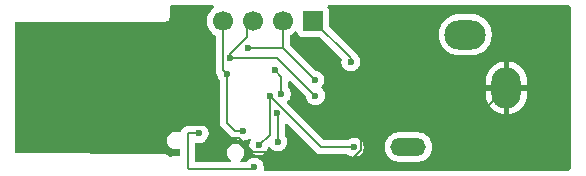
<source format=gbr>
%TF.GenerationSoftware,KiCad,Pcbnew,9.0.6*%
%TF.CreationDate,2025-12-12T19:26:18-08:00*%
%TF.ProjectId,iambic-controller-board,69616d62-6963-42d6-936f-6e74726f6c6c,1.0*%
%TF.SameCoordinates,Original*%
%TF.FileFunction,Copper,L2,Bot*%
%TF.FilePolarity,Positive*%
%FSLAX46Y46*%
G04 Gerber Fmt 4.6, Leading zero omitted, Abs format (unit mm)*
G04 Created by KiCad (PCBNEW 9.0.6) date 2025-12-12 19:26:18*
%MOMM*%
%LPD*%
G01*
G04 APERTURE LIST*
%TA.AperFunction,ComponentPad*%
%ADD10O,3.500000X2.500000*%
%TD*%
%TA.AperFunction,ComponentPad*%
%ADD11O,2.500000X3.500000*%
%TD*%
%TA.AperFunction,ComponentPad*%
%ADD12O,3.000000X1.500000*%
%TD*%
%TA.AperFunction,ComponentPad*%
%ADD13R,1.700000X1.700000*%
%TD*%
%TA.AperFunction,ComponentPad*%
%ADD14C,1.700000*%
%TD*%
%TA.AperFunction,ViaPad*%
%ADD15C,0.600000*%
%TD*%
%TA.AperFunction,Conductor*%
%ADD16C,0.200000*%
%TD*%
G04 APERTURE END LIST*
D10*
%TO.P,J2,T*%
%TO.N,/AUDIO_TIP*%
X170500000Y-95500000D03*
D11*
%TO.P,J2,S*%
%TO.N,GND*%
X174000000Y-100000000D03*
D12*
%TO.P,J2,R*%
%TO.N,/AUDIO_RING*%
X165700000Y-105000000D03*
%TD*%
D13*
%TO.P,J1,1,Pin_1*%
%TO.N,/RESET*%
X157600000Y-94325000D03*
D14*
%TO.P,J1,2,Pin_2*%
%TO.N,/USB_DP*%
X155060000Y-94325000D03*
%TO.P,J1,3,Pin_3*%
%TO.N,/USB_DN*%
X152520000Y-94325000D03*
%TO.P,J1,4,Pin_4*%
%TO.N,/MISO*%
X149980000Y-94325000D03*
%TD*%
D15*
%TO.N,GND*%
X146450000Y-102375000D03*
%TO.N,/AUDIO_TIP*%
X154552378Y-102097622D03*
X154927378Y-100522622D03*
X154375000Y-98500000D03*
X154650000Y-104550000D03*
%TO.N,GND*%
X156975000Y-106183500D03*
%TO.N,/AUDIO_RING*%
X153025000Y-104870000D03*
%TO.N,GND*%
X158000000Y-98100000D03*
%TO.N,/AUDIO_RING*%
X161105000Y-105025000D03*
%TO.N,/RESET*%
X160825000Y-97775000D03*
%TO.N,GND*%
X143700000Y-98925000D03*
X144300000Y-96275000D03*
%TO.N,/RESET*%
X152650000Y-106700000D03*
X147975000Y-103850000D03*
%TO.N,/AUDIO_RING*%
X153950000Y-100675000D03*
%TO.N,/MISO*%
X151650000Y-103675000D03*
X150325000Y-98850000D03*
%TO.N,/USB_DN*%
X157825000Y-100650000D03*
X150600000Y-97425000D03*
%TO.N,/USB_DP*%
X157750000Y-99325000D03*
X152100000Y-96650000D03*
%TD*%
D16*
%TO.N,/MISO*%
X150325000Y-103000000D02*
X150325000Y-98850000D01*
%TO.N,GND*%
X147200000Y-103125000D02*
X146450000Y-102375000D01*
%TO.N,/AUDIO_RING*%
X153950000Y-100675000D02*
X153950000Y-103945000D01*
%TO.N,/AUDIO_TIP*%
X154650000Y-104550000D02*
X154650000Y-102195244D01*
%TO.N,GND*%
X144300000Y-96275000D02*
X144300000Y-98325000D01*
X144300000Y-98325000D02*
X143700000Y-98925000D01*
%TO.N,/AUDIO_TIP*%
X154650000Y-102195244D02*
X154552378Y-102097622D01*
X154927378Y-99052378D02*
X154375000Y-98500000D01*
X154927378Y-100522622D02*
X154927378Y-99052378D01*
%TO.N,GND*%
X156975000Y-106183500D02*
X155965500Y-106183500D01*
X155965500Y-106183500D02*
X155250000Y-106899000D01*
%TO.N,/AUDIO_RING*%
X153950000Y-103945000D02*
X153025000Y-104870000D01*
%TO.N,GND*%
X174000000Y-100000000D02*
X172214000Y-101786000D01*
X172214000Y-101786000D02*
X161686000Y-101786000D01*
X158000000Y-98100000D02*
X161686000Y-101786000D01*
X161686000Y-101786000D02*
X161686000Y-105265659D01*
X161686000Y-105265659D02*
X160052659Y-106899000D01*
X150675000Y-104225000D02*
X149575000Y-103125000D01*
X160052659Y-106899000D02*
X155250000Y-106899000D01*
X151350000Y-104225000D02*
X150675000Y-104225000D01*
X155250000Y-106899000D02*
X153801000Y-105450000D01*
X152575000Y-105450000D02*
X151350000Y-104225000D01*
X153801000Y-105450000D02*
X152575000Y-105450000D01*
X149575000Y-103125000D02*
X147200000Y-103125000D01*
%TO.N,/MISO*%
X151650000Y-103675000D02*
X151000000Y-103675000D01*
X151000000Y-103675000D02*
X150325000Y-103000000D01*
%TO.N,/AUDIO_RING*%
X161105000Y-105025000D02*
X158300000Y-105025000D01*
X158300000Y-105025000D02*
X153950000Y-100675000D01*
%TO.N,/RESET*%
X157600000Y-94325000D02*
X157650000Y-94325000D01*
X157650000Y-94325000D02*
X160825000Y-97500000D01*
X160825000Y-97500000D02*
X160825000Y-97775000D01*
%TO.N,GND*%
X146450000Y-101675000D02*
X143700000Y-98925000D01*
X146450000Y-102375000D02*
X146450000Y-101675000D01*
%TO.N,/RESET*%
X147125000Y-106899000D02*
X147000000Y-106774000D01*
X147000000Y-106774000D02*
X147000000Y-103850000D01*
X152650000Y-106700000D02*
X152451000Y-106899000D01*
X152451000Y-106899000D02*
X147125000Y-106899000D01*
X147000000Y-103850000D02*
X147975000Y-103850000D01*
%TO.N,/USB_DP*%
X155060000Y-94325000D02*
X155060000Y-96635000D01*
X155060000Y-96635000D02*
X155075000Y-96650000D01*
%TO.N,/MISO*%
X149980000Y-98505000D02*
X150325000Y-98850000D01*
X149980000Y-94325000D02*
X149980000Y-98505000D01*
%TO.N,/USB_DN*%
X152050000Y-94795000D02*
X152050000Y-95700000D01*
X150600000Y-97150000D02*
X150600000Y-97425000D01*
X152520000Y-94325000D02*
X152050000Y-94795000D01*
X152050000Y-95700000D02*
X150600000Y-97150000D01*
X150600000Y-97425000D02*
X154600000Y-97425000D01*
X154600000Y-97425000D02*
X157825000Y-100650000D01*
%TO.N,/USB_DP*%
X155075000Y-96650000D02*
X157750000Y-99325000D01*
X152100000Y-96650000D02*
X155075000Y-96650000D01*
%TD*%
%TA.AperFunction,Conductor*%
%TO.N,GND*%
G36*
X149190816Y-93020185D02*
G01*
X149236571Y-93072989D01*
X149246515Y-93142147D01*
X149217490Y-93205703D01*
X149196664Y-93224816D01*
X149185857Y-93232669D01*
X149100207Y-93294896D01*
X148949890Y-93445213D01*
X148824951Y-93617179D01*
X148728444Y-93806585D01*
X148662753Y-94008760D01*
X148635460Y-94181081D01*
X148629500Y-94218713D01*
X148629500Y-94431287D01*
X148662754Y-94641243D01*
X148706625Y-94776264D01*
X148728444Y-94843414D01*
X148824951Y-95032820D01*
X148949890Y-95204786D01*
X149100213Y-95355109D01*
X149272184Y-95480051D01*
X149272184Y-95480052D01*
X149311793Y-95500233D01*
X149362590Y-95548206D01*
X149379500Y-95610718D01*
X149379500Y-98418330D01*
X149379499Y-98418348D01*
X149379499Y-98584054D01*
X149379498Y-98584054D01*
X149420422Y-98736783D01*
X149448798Y-98785932D01*
X149499479Y-98873716D01*
X149500850Y-98875502D01*
X149502087Y-98878232D01*
X149503543Y-98880754D01*
X149503294Y-98880897D01*
X149524092Y-98926797D01*
X149555261Y-99083491D01*
X149555264Y-99083501D01*
X149615602Y-99229172D01*
X149615609Y-99229185D01*
X149703602Y-99360874D01*
X149724480Y-99427551D01*
X149724500Y-99429765D01*
X149724500Y-102913330D01*
X149724499Y-102913348D01*
X149724499Y-103079054D01*
X149724498Y-103079054D01*
X149736568Y-103124097D01*
X149765423Y-103231785D01*
X149775639Y-103249480D01*
X149775651Y-103249500D01*
X149844477Y-103368712D01*
X149844481Y-103368717D01*
X149963349Y-103487585D01*
X149963355Y-103487590D01*
X150515139Y-104039374D01*
X150515149Y-104039385D01*
X150519479Y-104043715D01*
X150519480Y-104043716D01*
X150631284Y-104155520D01*
X150701865Y-104196269D01*
X150718095Y-104205639D01*
X150718097Y-104205641D01*
X150750762Y-104224500D01*
X150768215Y-104234577D01*
X150920943Y-104275500D01*
X151070234Y-104275500D01*
X151137273Y-104295185D01*
X151139125Y-104296398D01*
X151270814Y-104384390D01*
X151270827Y-104384397D01*
X151367646Y-104424500D01*
X151416503Y-104444737D01*
X151552487Y-104471786D01*
X151571153Y-104475499D01*
X151571156Y-104475500D01*
X151571158Y-104475500D01*
X151728844Y-104475500D01*
X151728845Y-104475499D01*
X151883497Y-104444737D01*
X152026400Y-104385545D01*
X152029172Y-104384397D01*
X152029172Y-104384396D01*
X152029179Y-104384394D01*
X152156764Y-104299143D01*
X152223441Y-104278266D01*
X152290821Y-104296750D01*
X152337512Y-104348729D01*
X152348688Y-104417699D01*
X152328759Y-104471135D01*
X152315607Y-104490818D01*
X152315602Y-104490827D01*
X152255264Y-104636498D01*
X152255261Y-104636510D01*
X152224500Y-104791153D01*
X152224500Y-104948846D01*
X152255261Y-105103489D01*
X152255264Y-105103501D01*
X152315602Y-105249172D01*
X152315609Y-105249185D01*
X152403210Y-105380288D01*
X152403213Y-105380292D01*
X152514707Y-105491786D01*
X152514711Y-105491789D01*
X152645814Y-105579390D01*
X152645827Y-105579397D01*
X152791498Y-105639735D01*
X152791503Y-105639737D01*
X152930000Y-105667286D01*
X152946153Y-105670499D01*
X152946156Y-105670500D01*
X152946158Y-105670500D01*
X153103844Y-105670500D01*
X153103845Y-105670499D01*
X153258497Y-105639737D01*
X153404179Y-105579394D01*
X153535289Y-105491789D01*
X153646789Y-105380289D01*
X153734394Y-105249179D01*
X153794737Y-105103497D01*
X153796516Y-105094549D01*
X153828901Y-105032640D01*
X153889616Y-104998065D01*
X153959386Y-105001804D01*
X154016058Y-105042670D01*
X154021227Y-105049837D01*
X154028211Y-105060289D01*
X154028214Y-105060293D01*
X154139707Y-105171786D01*
X154139711Y-105171789D01*
X154270814Y-105259390D01*
X154270827Y-105259397D01*
X154416498Y-105319735D01*
X154416503Y-105319737D01*
X154571153Y-105350499D01*
X154571156Y-105350500D01*
X154571158Y-105350500D01*
X154728844Y-105350500D01*
X154728845Y-105350499D01*
X154883497Y-105319737D01*
X155029179Y-105259394D01*
X155160289Y-105171789D01*
X155271789Y-105060289D01*
X155359394Y-104929179D01*
X155419737Y-104783497D01*
X155450500Y-104628842D01*
X155450500Y-104471158D01*
X155450500Y-104471155D01*
X155450499Y-104471153D01*
X155445245Y-104444738D01*
X155419737Y-104316503D01*
X155419367Y-104315609D01*
X155359397Y-104170827D01*
X155359390Y-104170814D01*
X155271398Y-104039125D01*
X155250520Y-103972447D01*
X155250500Y-103970234D01*
X155250500Y-103124097D01*
X155270185Y-103057058D01*
X155322989Y-103011303D01*
X155392147Y-103001359D01*
X155455703Y-103030384D01*
X155462181Y-103036416D01*
X157815139Y-105389374D01*
X157815149Y-105389385D01*
X157819479Y-105393715D01*
X157819480Y-105393716D01*
X157931284Y-105505520D01*
X157982845Y-105535288D01*
X158018095Y-105555639D01*
X158018097Y-105555641D01*
X158056151Y-105577611D01*
X158068215Y-105584577D01*
X158220943Y-105625501D01*
X158220946Y-105625501D01*
X158386653Y-105625501D01*
X158386669Y-105625500D01*
X160525234Y-105625500D01*
X160592273Y-105645185D01*
X160594125Y-105646398D01*
X160725814Y-105734390D01*
X160725827Y-105734397D01*
X160821096Y-105773858D01*
X160871503Y-105794737D01*
X160994501Y-105819203D01*
X161026153Y-105825499D01*
X161026156Y-105825500D01*
X161026158Y-105825500D01*
X161183844Y-105825500D01*
X161183845Y-105825499D01*
X161338497Y-105794737D01*
X161484179Y-105734394D01*
X161615289Y-105646789D01*
X161726789Y-105535289D01*
X161814394Y-105404179D01*
X161815486Y-105401544D01*
X161849371Y-105319737D01*
X161874737Y-105258497D01*
X161905500Y-105103842D01*
X161905500Y-104946158D01*
X161905500Y-104946155D01*
X161905499Y-104946153D01*
X161900477Y-104920902D01*
X161896633Y-104901577D01*
X163699500Y-104901577D01*
X163699500Y-105098422D01*
X163730290Y-105292826D01*
X163791117Y-105480029D01*
X163870128Y-105635096D01*
X163880476Y-105655405D01*
X163996172Y-105814646D01*
X164135354Y-105953828D01*
X164294595Y-106069524D01*
X164377455Y-106111743D01*
X164469970Y-106158882D01*
X164469972Y-106158882D01*
X164469975Y-106158884D01*
X164518036Y-106174500D01*
X164657173Y-106219709D01*
X164851578Y-106250500D01*
X164851583Y-106250500D01*
X166548422Y-106250500D01*
X166742826Y-106219709D01*
X166930025Y-106158884D01*
X167105405Y-106069524D01*
X167264646Y-105953828D01*
X167403828Y-105814646D01*
X167519524Y-105655405D01*
X167608884Y-105480025D01*
X167669709Y-105292826D01*
X167675005Y-105259390D01*
X167700500Y-105098422D01*
X167700500Y-104901577D01*
X167669709Y-104707173D01*
X167608882Y-104519970D01*
X167549390Y-104403211D01*
X167519524Y-104344595D01*
X167403828Y-104185354D01*
X167264646Y-104046172D01*
X167105405Y-103930476D01*
X167102198Y-103928842D01*
X166930029Y-103841117D01*
X166742826Y-103780290D01*
X166548422Y-103749500D01*
X166548417Y-103749500D01*
X164851583Y-103749500D01*
X164851578Y-103749500D01*
X164657173Y-103780290D01*
X164469970Y-103841117D01*
X164294594Y-103930476D01*
X164221504Y-103983580D01*
X164135354Y-104046172D01*
X164135352Y-104046174D01*
X164135351Y-104046174D01*
X163996174Y-104185351D01*
X163996174Y-104185352D01*
X163996172Y-104185354D01*
X163950477Y-104248248D01*
X163880476Y-104344594D01*
X163791117Y-104519970D01*
X163730290Y-104707173D01*
X163699500Y-104901577D01*
X161896633Y-104901577D01*
X161874738Y-104791508D01*
X161874737Y-104791507D01*
X161874737Y-104791503D01*
X161874592Y-104791153D01*
X161814397Y-104645827D01*
X161814390Y-104645814D01*
X161726789Y-104514711D01*
X161726786Y-104514707D01*
X161615292Y-104403213D01*
X161615288Y-104403210D01*
X161484185Y-104315609D01*
X161484172Y-104315602D01*
X161338501Y-104255264D01*
X161338489Y-104255261D01*
X161183845Y-104224500D01*
X161183842Y-104224500D01*
X161026158Y-104224500D01*
X161026155Y-104224500D01*
X160871510Y-104255261D01*
X160871498Y-104255264D01*
X160725827Y-104315602D01*
X160725814Y-104315609D01*
X160594125Y-104403602D01*
X160527447Y-104424480D01*
X160525234Y-104424500D01*
X158600097Y-104424500D01*
X158533058Y-104404815D01*
X158512416Y-104388181D01*
X155440838Y-101316603D01*
X155407353Y-101255280D01*
X155412337Y-101185588D01*
X155440838Y-101141241D01*
X155549164Y-101032914D01*
X155549167Y-101032911D01*
X155636772Y-100901801D01*
X155697115Y-100756119D01*
X155727878Y-100601464D01*
X155727878Y-100443780D01*
X155727878Y-100443777D01*
X155727877Y-100443775D01*
X155698447Y-100295821D01*
X155697115Y-100289125D01*
X155689533Y-100270821D01*
X155636775Y-100143449D01*
X155636768Y-100143436D01*
X155548776Y-100011747D01*
X155527898Y-99945069D01*
X155527878Y-99942856D01*
X155527878Y-99501475D01*
X155547563Y-99434436D01*
X155600367Y-99388681D01*
X155669525Y-99378737D01*
X155733081Y-99407762D01*
X155739559Y-99413794D01*
X156990425Y-100664660D01*
X157023910Y-100725983D01*
X157024361Y-100728149D01*
X157055261Y-100883491D01*
X157055264Y-100883501D01*
X157115602Y-101029172D01*
X157115609Y-101029185D01*
X157203210Y-101160288D01*
X157203213Y-101160292D01*
X157314707Y-101271786D01*
X157314711Y-101271789D01*
X157445814Y-101359390D01*
X157445827Y-101359397D01*
X157591498Y-101419735D01*
X157591503Y-101419737D01*
X157746153Y-101450499D01*
X157746156Y-101450500D01*
X157746158Y-101450500D01*
X157903844Y-101450500D01*
X157903845Y-101450499D01*
X158058497Y-101419737D01*
X158204179Y-101359394D01*
X158335289Y-101271789D01*
X158446789Y-101160289D01*
X158534394Y-101029179D01*
X158594737Y-100883497D01*
X158625500Y-100728842D01*
X158625500Y-100571158D01*
X158625500Y-100571155D01*
X158625499Y-100571153D01*
X158624439Y-100565826D01*
X158594737Y-100416503D01*
X158544752Y-100295827D01*
X158534397Y-100270827D01*
X158534390Y-100270814D01*
X158532195Y-100267529D01*
X158446789Y-100139711D01*
X158446786Y-100139707D01*
X158344759Y-100037680D01*
X158311274Y-99976357D01*
X158316258Y-99906665D01*
X158344760Y-99862317D01*
X158371789Y-99835289D01*
X158459394Y-99704179D01*
X158519737Y-99558497D01*
X158550500Y-99403842D01*
X158550500Y-99385305D01*
X172250000Y-99385305D01*
X172250000Y-99750000D01*
X173500000Y-99750000D01*
X173500000Y-100250000D01*
X172250000Y-100250000D01*
X172250000Y-100614694D01*
X172250001Y-100614710D01*
X172279942Y-100842137D01*
X172339318Y-101063730D01*
X172427099Y-101275653D01*
X172427106Y-101275668D01*
X172541809Y-101474338D01*
X172681455Y-101656329D01*
X172681461Y-101656336D01*
X172843663Y-101818538D01*
X172843670Y-101818544D01*
X173025661Y-101958190D01*
X173224331Y-102072893D01*
X173224340Y-102072897D01*
X173436269Y-102160681D01*
X173657859Y-102220056D01*
X173657864Y-102220057D01*
X173749999Y-102232186D01*
X173750000Y-102232186D01*
X173750000Y-100933012D01*
X173807007Y-100965925D01*
X173934174Y-101000000D01*
X174065826Y-101000000D01*
X174192993Y-100965925D01*
X174250000Y-100933012D01*
X174250000Y-102232186D01*
X174342135Y-102220057D01*
X174342140Y-102220056D01*
X174563730Y-102160681D01*
X174775659Y-102072897D01*
X174775668Y-102072893D01*
X174974338Y-101958190D01*
X175156329Y-101818544D01*
X175156336Y-101818538D01*
X175318538Y-101656336D01*
X175318544Y-101656329D01*
X175458190Y-101474338D01*
X175572893Y-101275668D01*
X175572901Y-101275653D01*
X175660681Y-101063730D01*
X175720057Y-100842137D01*
X175749998Y-100614710D01*
X175750000Y-100614694D01*
X175750000Y-100250000D01*
X174500000Y-100250000D01*
X174500000Y-99750000D01*
X175750000Y-99750000D01*
X175750000Y-99385305D01*
X175749998Y-99385289D01*
X175720057Y-99157862D01*
X175660681Y-98936269D01*
X175572897Y-98724340D01*
X175572893Y-98724331D01*
X175458190Y-98525661D01*
X175318544Y-98343670D01*
X175318538Y-98343663D01*
X175156336Y-98181461D01*
X175156329Y-98181455D01*
X174974338Y-98041809D01*
X174775668Y-97927106D01*
X174775659Y-97927102D01*
X174563730Y-97839318D01*
X174342137Y-97779942D01*
X174250000Y-97767811D01*
X174250000Y-99066988D01*
X174192993Y-99034075D01*
X174065826Y-99000000D01*
X173934174Y-99000000D01*
X173807007Y-99034075D01*
X173750000Y-99066988D01*
X173750000Y-97767811D01*
X173749999Y-97767811D01*
X173657862Y-97779942D01*
X173436269Y-97839318D01*
X173224340Y-97927102D01*
X173224331Y-97927106D01*
X173025661Y-98041809D01*
X172843670Y-98181455D01*
X172843663Y-98181461D01*
X172681461Y-98343663D01*
X172681455Y-98343670D01*
X172541809Y-98525661D01*
X172427106Y-98724331D01*
X172427102Y-98724340D01*
X172339318Y-98936269D01*
X172279942Y-99157862D01*
X172250001Y-99385289D01*
X172250000Y-99385305D01*
X158550500Y-99385305D01*
X158550500Y-99246158D01*
X158550500Y-99246155D01*
X158550499Y-99246153D01*
X158539925Y-99192993D01*
X158519737Y-99091503D01*
X158519735Y-99091498D01*
X158459397Y-98945827D01*
X158459390Y-98945814D01*
X158371789Y-98814711D01*
X158371786Y-98814707D01*
X158260292Y-98703213D01*
X158260288Y-98703210D01*
X158129185Y-98615609D01*
X158129172Y-98615602D01*
X157983501Y-98555264D01*
X157983491Y-98555261D01*
X157828149Y-98524361D01*
X157766238Y-98491976D01*
X157764660Y-98490425D01*
X155696819Y-96422584D01*
X155663334Y-96361261D01*
X155660500Y-96334903D01*
X155660500Y-95610718D01*
X155680185Y-95543679D01*
X155728207Y-95500233D01*
X155767815Y-95480052D01*
X155767815Y-95480051D01*
X155767816Y-95480051D01*
X155939792Y-95355104D01*
X156053329Y-95241566D01*
X156114648Y-95208084D01*
X156184340Y-95213068D01*
X156240274Y-95254939D01*
X156257189Y-95285917D01*
X156306202Y-95417328D01*
X156306206Y-95417335D01*
X156392452Y-95532544D01*
X156392455Y-95532547D01*
X156507664Y-95618793D01*
X156507671Y-95618797D01*
X156642517Y-95669091D01*
X156642516Y-95669091D01*
X156649444Y-95669835D01*
X156702127Y-95675500D01*
X158099902Y-95675499D01*
X158166941Y-95695184D01*
X158187583Y-95711818D01*
X160002092Y-97526327D01*
X160035577Y-97587650D01*
X160036028Y-97638199D01*
X160024500Y-97696153D01*
X160024500Y-97853846D01*
X160055261Y-98008489D01*
X160055264Y-98008501D01*
X160115602Y-98154172D01*
X160115609Y-98154185D01*
X160203210Y-98285288D01*
X160203213Y-98285292D01*
X160314707Y-98396786D01*
X160314711Y-98396789D01*
X160445814Y-98484390D01*
X160445827Y-98484397D01*
X160542646Y-98524500D01*
X160591503Y-98544737D01*
X160746153Y-98575499D01*
X160746156Y-98575500D01*
X160746158Y-98575500D01*
X160903844Y-98575500D01*
X160903845Y-98575499D01*
X161058497Y-98544737D01*
X161204179Y-98484394D01*
X161335289Y-98396789D01*
X161446789Y-98285289D01*
X161534394Y-98154179D01*
X161536833Y-98148292D01*
X161559323Y-98093995D01*
X161594737Y-98008497D01*
X161625500Y-97853842D01*
X161625500Y-97696158D01*
X161625500Y-97696155D01*
X161625499Y-97696153D01*
X161603916Y-97587650D01*
X161594737Y-97541503D01*
X161588451Y-97526327D01*
X161534397Y-97395827D01*
X161534390Y-97395814D01*
X161446789Y-97264711D01*
X161446786Y-97264707D01*
X161335289Y-97153210D01*
X161321811Y-97144205D01*
X161303022Y-97128785D01*
X161246198Y-97071962D01*
X161193716Y-97019480D01*
X161193713Y-97019478D01*
X159559493Y-95385258D01*
X168249500Y-95385258D01*
X168249500Y-95614741D01*
X168267193Y-95749124D01*
X168279452Y-95842238D01*
X168332687Y-96040916D01*
X168338842Y-96063887D01*
X168426650Y-96275876D01*
X168426657Y-96275890D01*
X168541392Y-96474617D01*
X168681081Y-96656661D01*
X168681089Y-96656670D01*
X168843330Y-96818911D01*
X168843338Y-96818918D01*
X169025382Y-96958607D01*
X169025385Y-96958608D01*
X169025388Y-96958611D01*
X169224112Y-97073344D01*
X169224117Y-97073346D01*
X169224123Y-97073349D01*
X169315480Y-97111190D01*
X169436113Y-97161158D01*
X169657762Y-97220548D01*
X169885266Y-97250500D01*
X169885273Y-97250500D01*
X171114727Y-97250500D01*
X171114734Y-97250500D01*
X171342238Y-97220548D01*
X171563887Y-97161158D01*
X171775888Y-97073344D01*
X171974612Y-96958611D01*
X172156661Y-96818919D01*
X172156665Y-96818914D01*
X172156670Y-96818911D01*
X172318911Y-96656670D01*
X172318914Y-96656665D01*
X172318919Y-96656661D01*
X172458611Y-96474612D01*
X172573344Y-96275888D01*
X172661158Y-96063887D01*
X172720548Y-95842238D01*
X172750500Y-95614734D01*
X172750500Y-95385266D01*
X172720548Y-95157762D01*
X172661158Y-94936113D01*
X172584589Y-94751260D01*
X172573349Y-94724123D01*
X172573346Y-94724117D01*
X172573344Y-94724112D01*
X172458611Y-94525388D01*
X172458608Y-94525385D01*
X172458607Y-94525382D01*
X172336608Y-94366392D01*
X172318919Y-94343339D01*
X172318918Y-94343338D01*
X172318911Y-94343330D01*
X172156670Y-94181089D01*
X172156661Y-94181081D01*
X171974617Y-94041392D01*
X171918091Y-94008757D01*
X171843845Y-93965891D01*
X171775890Y-93926657D01*
X171775876Y-93926650D01*
X171563887Y-93838842D01*
X171546219Y-93834108D01*
X171342238Y-93779452D01*
X171304215Y-93774446D01*
X171114741Y-93749500D01*
X171114734Y-93749500D01*
X169885266Y-93749500D01*
X169885258Y-93749500D01*
X169668715Y-93778009D01*
X169657762Y-93779452D01*
X169564076Y-93804554D01*
X169436112Y-93838842D01*
X169224123Y-93926650D01*
X169224109Y-93926657D01*
X169025382Y-94041392D01*
X168843338Y-94181081D01*
X168681081Y-94343338D01*
X168541392Y-94525382D01*
X168426657Y-94724109D01*
X168426650Y-94724123D01*
X168338842Y-94936112D01*
X168279453Y-95157759D01*
X168279451Y-95157770D01*
X168249500Y-95385258D01*
X159559493Y-95385258D01*
X158986818Y-94812583D01*
X158953333Y-94751260D01*
X158950499Y-94724902D01*
X158950499Y-93427129D01*
X158950498Y-93427123D01*
X158950381Y-93426039D01*
X158944091Y-93367517D01*
X158893796Y-93232669D01*
X158872093Y-93203678D01*
X158868450Y-93198811D01*
X158844033Y-93133346D01*
X158858885Y-93065074D01*
X158908290Y-93015668D01*
X158967717Y-93000500D01*
X179241324Y-93000500D01*
X179270764Y-93009144D01*
X179300751Y-93015668D01*
X179305766Y-93019422D01*
X179308363Y-93020185D01*
X179329005Y-93036819D01*
X179463181Y-93170995D01*
X179496666Y-93232318D01*
X179499500Y-93258676D01*
X179499500Y-106741324D01*
X179479815Y-106808363D01*
X179463181Y-106829005D01*
X179329005Y-106963181D01*
X179267682Y-106996666D01*
X179241324Y-106999500D01*
X153557703Y-106999500D01*
X153490664Y-106979815D01*
X153444909Y-106927011D01*
X153434965Y-106857853D01*
X153436086Y-106851309D01*
X153450499Y-106778846D01*
X153450500Y-106778844D01*
X153450500Y-106621155D01*
X153450499Y-106621153D01*
X153426396Y-106499982D01*
X153419737Y-106466503D01*
X153392398Y-106400500D01*
X153359397Y-106320827D01*
X153359390Y-106320814D01*
X153271789Y-106189711D01*
X153271786Y-106189707D01*
X153160292Y-106078213D01*
X153160288Y-106078210D01*
X153029185Y-105990609D01*
X153029172Y-105990602D01*
X152883501Y-105930264D01*
X152883489Y-105930261D01*
X152728845Y-105899500D01*
X152728842Y-105899500D01*
X152571158Y-105899500D01*
X152571155Y-105899500D01*
X152416510Y-105930261D01*
X152416498Y-105930264D01*
X152270827Y-105990602D01*
X152270814Y-105990609D01*
X152139711Y-106078210D01*
X152139707Y-106078213D01*
X152028210Y-106189710D01*
X151992343Y-106243391D01*
X151938731Y-106288196D01*
X151889241Y-106298500D01*
X151583724Y-106298500D01*
X151516685Y-106278815D01*
X151470930Y-106226011D01*
X151460986Y-106156853D01*
X151490011Y-106093297D01*
X151514833Y-106071398D01*
X151528793Y-106062070D01*
X151540420Y-106054301D01*
X151644301Y-105950420D01*
X151725920Y-105828269D01*
X151782140Y-105692542D01*
X151810800Y-105548455D01*
X151810800Y-105401545D01*
X151782140Y-105257458D01*
X151725920Y-105121731D01*
X151725919Y-105121730D01*
X151725916Y-105121724D01*
X151644301Y-104999580D01*
X151644298Y-104999576D01*
X151540423Y-104895701D01*
X151540419Y-104895698D01*
X151418275Y-104814083D01*
X151418266Y-104814078D01*
X151282544Y-104757861D01*
X151282545Y-104757861D01*
X151282542Y-104757860D01*
X151282538Y-104757859D01*
X151282534Y-104757858D01*
X151138459Y-104729200D01*
X151138455Y-104729200D01*
X150991545Y-104729200D01*
X150991540Y-104729200D01*
X150847465Y-104757858D01*
X150847455Y-104757861D01*
X150711733Y-104814078D01*
X150711724Y-104814083D01*
X150589580Y-104895698D01*
X150589576Y-104895701D01*
X150485701Y-104999576D01*
X150485698Y-104999580D01*
X150404083Y-105121724D01*
X150404078Y-105121733D01*
X150347861Y-105257455D01*
X150347858Y-105257465D01*
X150319200Y-105401540D01*
X150319200Y-105548459D01*
X150347858Y-105692534D01*
X150347861Y-105692544D01*
X150404078Y-105828266D01*
X150404083Y-105828275D01*
X150485698Y-105950419D01*
X150485701Y-105950423D01*
X150589576Y-106054298D01*
X150589580Y-106054301D01*
X150615167Y-106071398D01*
X150659972Y-106125010D01*
X150668679Y-106194335D01*
X150638525Y-106257362D01*
X150579082Y-106294082D01*
X150546276Y-106298500D01*
X147724500Y-106298500D01*
X147657461Y-106278815D01*
X147611706Y-106226011D01*
X147600500Y-106174500D01*
X147600500Y-104742784D01*
X147620185Y-104675745D01*
X147672989Y-104629990D01*
X147742147Y-104620046D01*
X147748692Y-104621167D01*
X147896155Y-104650500D01*
X147896158Y-104650500D01*
X148053844Y-104650500D01*
X148053845Y-104650499D01*
X148208497Y-104619737D01*
X148354179Y-104559394D01*
X148485289Y-104471789D01*
X148596789Y-104360289D01*
X148684394Y-104229179D01*
X148744737Y-104083497D01*
X148775500Y-103928842D01*
X148775500Y-103771158D01*
X148775500Y-103771155D01*
X148775499Y-103771153D01*
X148763721Y-103711941D01*
X148744737Y-103616503D01*
X148691338Y-103487585D01*
X148684397Y-103470827D01*
X148684390Y-103470814D01*
X148596789Y-103339711D01*
X148596786Y-103339707D01*
X148485292Y-103228213D01*
X148485288Y-103228210D01*
X148354185Y-103140609D01*
X148354172Y-103140602D01*
X148208501Y-103080264D01*
X148208489Y-103080261D01*
X148053845Y-103049500D01*
X148053842Y-103049500D01*
X147896158Y-103049500D01*
X147896155Y-103049500D01*
X147741510Y-103080261D01*
X147741498Y-103080264D01*
X147595827Y-103140602D01*
X147595814Y-103140609D01*
X147464125Y-103228602D01*
X147397447Y-103249480D01*
X147395234Y-103249500D01*
X146920943Y-103249500D01*
X146768216Y-103290423D01*
X146768209Y-103290426D01*
X146631290Y-103369475D01*
X146631282Y-103369481D01*
X146519481Y-103481282D01*
X146519475Y-103481290D01*
X146440426Y-103618209D01*
X146440423Y-103618214D01*
X146423434Y-103681621D01*
X146387069Y-103741281D01*
X146324221Y-103771810D01*
X146256207Y-103764088D01*
X146202548Y-103741862D01*
X146202544Y-103741860D01*
X146202542Y-103741860D01*
X146202538Y-103741859D01*
X146202534Y-103741858D01*
X146058459Y-103713200D01*
X146058455Y-103713200D01*
X145911545Y-103713200D01*
X145911540Y-103713200D01*
X145767465Y-103741858D01*
X145767455Y-103741861D01*
X145631733Y-103798078D01*
X145631724Y-103798083D01*
X145509580Y-103879698D01*
X145509576Y-103879701D01*
X145405701Y-103983576D01*
X145405698Y-103983580D01*
X145324083Y-104105724D01*
X145324078Y-104105733D01*
X145267861Y-104241455D01*
X145267858Y-104241465D01*
X145239200Y-104385540D01*
X145239200Y-104532459D01*
X145267858Y-104676534D01*
X145267861Y-104676544D01*
X145324078Y-104812266D01*
X145324083Y-104812275D01*
X145405698Y-104934419D01*
X145405701Y-104934423D01*
X145509576Y-105038298D01*
X145509580Y-105038301D01*
X145631724Y-105119916D01*
X145631730Y-105119919D01*
X145631731Y-105119920D01*
X145767458Y-105176140D01*
X145911540Y-105204799D01*
X145911544Y-105204800D01*
X145911545Y-105204800D01*
X146058456Y-105204800D01*
X146058457Y-105204799D01*
X146202542Y-105176140D01*
X146228048Y-105165574D01*
X146297516Y-105158106D01*
X146359995Y-105189380D01*
X146395648Y-105249469D01*
X146399500Y-105280136D01*
X146399500Y-105669863D01*
X146379815Y-105736902D01*
X146327011Y-105782657D01*
X146257853Y-105792601D01*
X146228049Y-105784425D01*
X146202544Y-105773861D01*
X146202545Y-105773861D01*
X146202542Y-105773860D01*
X146202538Y-105773859D01*
X146202534Y-105773858D01*
X146058459Y-105745200D01*
X146058455Y-105745200D01*
X145911545Y-105745200D01*
X145911540Y-105745200D01*
X145767465Y-105773858D01*
X145767455Y-105773861D01*
X145631733Y-105830078D01*
X145631719Y-105830086D01*
X145590789Y-105857435D01*
X145578804Y-105861187D01*
X145568999Y-105869040D01*
X145546089Y-105871431D01*
X145524112Y-105878313D01*
X145511999Y-105874989D01*
X145499507Y-105876294D01*
X145478943Y-105865921D01*
X145456732Y-105859828D01*
X145446842Y-105849728D01*
X145437124Y-105844827D01*
X145416948Y-105819203D01*
X145415063Y-105817278D01*
X145414553Y-105816413D01*
X145402834Y-105795752D01*
X145401705Y-105794606D01*
X145400774Y-105793025D01*
X145400572Y-105792758D01*
X145355608Y-105747794D01*
X145354941Y-105747122D01*
X145310364Y-105701859D01*
X145308517Y-105700419D01*
X145308516Y-105700418D01*
X145307411Y-105699556D01*
X145295249Y-105692534D01*
X145252317Y-105667747D01*
X145251525Y-105667286D01*
X145196739Y-105635095D01*
X145194546Y-105634167D01*
X145194545Y-105634166D01*
X145193290Y-105633635D01*
X145131821Y-105617163D01*
X145131821Y-105617164D01*
X145131284Y-105617020D01*
X145069711Y-105600018D01*
X145067773Y-105600003D01*
X145065896Y-105599500D01*
X145065892Y-105599500D01*
X145002276Y-105599500D01*
X145001329Y-105599496D01*
X132523553Y-105504245D01*
X132456666Y-105484050D01*
X132411316Y-105430898D01*
X132400500Y-105380249D01*
X132400500Y-94524500D01*
X132420185Y-94457461D01*
X132472989Y-94411706D01*
X132524500Y-94400500D01*
X145065890Y-94400500D01*
X145065892Y-94400500D01*
X145193186Y-94366392D01*
X145307314Y-94300500D01*
X145400500Y-94207314D01*
X145466392Y-94093186D01*
X145500500Y-93965892D01*
X145500500Y-93124500D01*
X145520185Y-93057461D01*
X145572989Y-93011706D01*
X145624500Y-93000500D01*
X149123777Y-93000500D01*
X149190816Y-93020185D01*
G37*
%TD.AperFunction*%
%TD*%
M02*

</source>
